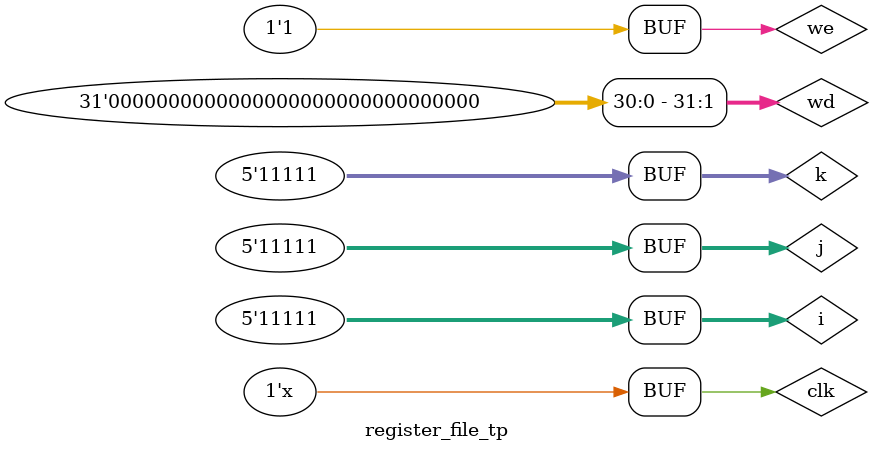
<source format=v>
`timescale 1ns / 1ps


module register_file_tp
	#(
	parameter WIDTH = 32
    )
	(
	
	);
	reg clk;
	reg [4:0] ra0;
	wire [WIDTH-1:0] rd0;
	reg [4:0] ra1;
	wire [WIDTH-1:0] rd1;
	reg [4:0] wa;
	reg we;
	reg [WIDTH-1:0] wd;
	reg [4:0] i,j,k;
	
	register_file rf(clk, ra0, rd0, ra1, rd1, wa, we, wd);
	
	initial clk=0;
	always #5 clk=~clk;
	
	initial
	begin
		for(wa=0;wa<31;wa=wa+1)
		begin
		    we = 0;#10;
			wd = $random;#10;
			we =1;#10;
		end //ÏòÃ¿Ò»¸ö¼Ä´æÆ÷Ëæ»úÐ´ÈëÊý¾Ý
        for(i=0;i<31;i=i+1)
        begin
            we = 0; #10;
            wa = $random % 32;
            wd = $random; #10;
            we = 1; #10;
        end //ÏòËæ»úÒ»¸ö¼Ä´æÆ÷´æ´¢Ò»¸öËæ»úµÄÊý
	end
	
    initial
	begin
	   #930;
	   for(j=0;j<31;j=j+1)
	   begin
	       ra0 = $random % 32; #10; //Ëæ»ú¶ÁÈ¡
	   end
    end
    
    initial
	begin
	   #930;
	   for(k=0;k<31;k=k+1)
	   begin
	       ra1 = $random % 32; #10; //Ëæ»ú¶ÁÈ¡
	   end
    end
endmodule

</source>
